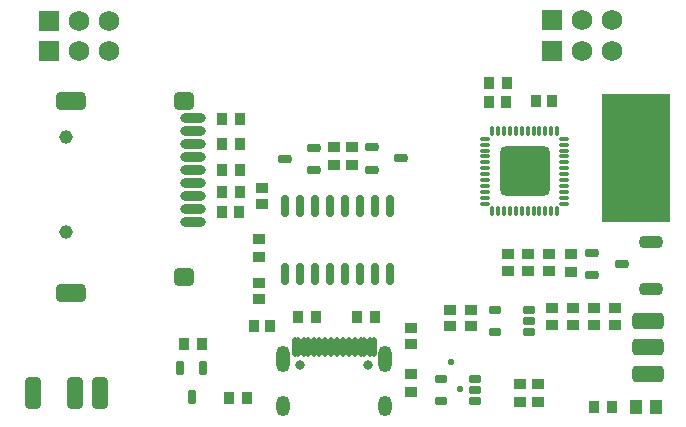
<source format=gts>
G04*
G04 #@! TF.GenerationSoftware,Altium Limited,Altium Designer,21.9.2 (33)*
G04*
G04 Layer_Color=8388736*
%FSLAX25Y25*%
%MOIN*%
G70*
G04*
G04 #@! TF.SameCoordinates,F625CF21-14F9-4619-B10E-FD0BC141F2AC*
G04*
G04*
G04 #@! TF.FilePolarity,Negative*
G04*
G01*
G75*
%ADD38R,0.22500X0.42500*%
G04:AMPARAMS|DCode=39|XSize=106mil|YSize=56mil|CornerRadius=15.5mil|HoleSize=0mil|Usage=FLASHONLY|Rotation=90.000|XOffset=0mil|YOffset=0mil|HoleType=Round|Shape=RoundedRectangle|*
%AMROUNDEDRECTD39*
21,1,0.10600,0.02500,0,0,90.0*
21,1,0.07500,0.05600,0,0,90.0*
1,1,0.03100,0.01250,0.03750*
1,1,0.03100,0.01250,-0.03750*
1,1,0.03100,-0.01250,-0.03750*
1,1,0.03100,-0.01250,0.03750*
%
%ADD39ROUNDEDRECTD39*%
%ADD40O,0.02805X0.07470*%
%ADD41R,0.04002X0.03775*%
G04:AMPARAMS|DCode=42|XSize=32.58mil|YSize=15.84mil|CornerRadius=5.46mil|HoleSize=0mil|Usage=FLASHONLY|Rotation=0.000|XOffset=0mil|YOffset=0mil|HoleType=Round|Shape=RoundedRectangle|*
%AMROUNDEDRECTD42*
21,1,0.03258,0.00492,0,0,0.0*
21,1,0.02165,0.01584,0,0,0.0*
1,1,0.01092,0.01083,-0.00246*
1,1,0.01092,-0.01083,-0.00246*
1,1,0.01092,-0.01083,0.00246*
1,1,0.01092,0.01083,0.00246*
%
%ADD42ROUNDEDRECTD42*%
G04:AMPARAMS|DCode=43|XSize=32.58mil|YSize=15.84mil|CornerRadius=5.46mil|HoleSize=0mil|Usage=FLASHONLY|Rotation=270.000|XOffset=0mil|YOffset=0mil|HoleType=Round|Shape=RoundedRectangle|*
%AMROUNDEDRECTD43*
21,1,0.03258,0.00492,0,0,270.0*
21,1,0.02165,0.01584,0,0,270.0*
1,1,0.01092,-0.00246,-0.01083*
1,1,0.01092,-0.00246,0.01083*
1,1,0.01092,0.00246,0.01083*
1,1,0.01092,0.00246,-0.01083*
%
%ADD43ROUNDEDRECTD43*%
G04:AMPARAMS|DCode=44|XSize=166mil|YSize=166mil|CornerRadius=19mil|HoleSize=0mil|Usage=FLASHONLY|Rotation=270.000|XOffset=0mil|YOffset=0mil|HoleType=Round|Shape=RoundedRectangle|*
%AMROUNDEDRECTD44*
21,1,0.16600,0.12800,0,0,270.0*
21,1,0.12800,0.16600,0,0,270.0*
1,1,0.03800,-0.06400,-0.06400*
1,1,0.03800,-0.06400,0.06400*
1,1,0.03800,0.06400,0.06400*
1,1,0.03800,0.06400,-0.06400*
%
%ADD44ROUNDEDRECTD44*%
G04:AMPARAMS|DCode=45|XSize=29.62mil|YSize=41mil|CornerRadius=8.91mil|HoleSize=0mil|Usage=FLASHONLY|Rotation=270.000|XOffset=0mil|YOffset=0mil|HoleType=Round|Shape=RoundedRectangle|*
%AMROUNDEDRECTD45*
21,1,0.02962,0.02319,0,0,270.0*
21,1,0.01181,0.04100,0,0,270.0*
1,1,0.01781,-0.01159,-0.00591*
1,1,0.01781,-0.01159,0.00591*
1,1,0.01781,0.01159,0.00591*
1,1,0.01781,0.01159,-0.00591*
%
%ADD45ROUNDEDRECTD45*%
%ADD46R,0.03775X0.04002*%
G04:AMPARAMS|DCode=47|XSize=29.62mil|YSize=45.37mil|CornerRadius=8.91mil|HoleSize=0mil|Usage=FLASHONLY|Rotation=0.000|XOffset=0mil|YOffset=0mil|HoleType=Round|Shape=RoundedRectangle|*
%AMROUNDEDRECTD47*
21,1,0.02962,0.02756,0,0,0.0*
21,1,0.01181,0.04537,0,0,0.0*
1,1,0.01781,0.00591,-0.01378*
1,1,0.01781,-0.00591,-0.01378*
1,1,0.01781,-0.00591,0.01378*
1,1,0.01781,0.00591,0.01378*
%
%ADD47ROUNDEDRECTD47*%
%ADD48R,0.03750X0.04143*%
G04:AMPARAMS|DCode=49|XSize=29.62mil|YSize=45.37mil|CornerRadius=8.91mil|HoleSize=0mil|Usage=FLASHONLY|Rotation=90.000|XOffset=0mil|YOffset=0mil|HoleType=Round|Shape=RoundedRectangle|*
%AMROUNDEDRECTD49*
21,1,0.02962,0.02756,0,0,90.0*
21,1,0.01181,0.04537,0,0,90.0*
1,1,0.01781,0.01378,0.00591*
1,1,0.01781,0.01378,-0.00591*
1,1,0.01781,-0.01378,-0.00591*
1,1,0.01781,-0.01378,0.00591*
%
%ADD49ROUNDEDRECTD49*%
%ADD50R,0.04143X0.03750*%
G04:AMPARAMS|DCode=51|XSize=106mil|YSize=56mil|CornerRadius=15.5mil|HoleSize=0mil|Usage=FLASHONLY|Rotation=0.000|XOffset=0mil|YOffset=0mil|HoleType=Round|Shape=RoundedRectangle|*
%AMROUNDEDRECTD51*
21,1,0.10600,0.02500,0,0,0.0*
21,1,0.07500,0.05600,0,0,0.0*
1,1,0.03100,0.03750,-0.01250*
1,1,0.03100,-0.03750,-0.01250*
1,1,0.03100,-0.03750,0.01250*
1,1,0.03100,0.03750,0.01250*
%
%ADD51ROUNDEDRECTD51*%
%ADD52R,0.04143X0.04537*%
G04:AMPARAMS|DCode=53|XSize=65.06mil|YSize=17.81mil|CornerRadius=5.95mil|HoleSize=0mil|Usage=FLASHONLY|Rotation=90.000|XOffset=0mil|YOffset=0mil|HoleType=Round|Shape=RoundedRectangle|*
%AMROUNDEDRECTD53*
21,1,0.06506,0.00591,0,0,90.0*
21,1,0.05315,0.01781,0,0,90.0*
1,1,0.01191,0.00295,0.02657*
1,1,0.01191,0.00295,-0.02657*
1,1,0.01191,-0.00295,-0.02657*
1,1,0.01191,-0.00295,0.02657*
%
%ADD53ROUNDEDRECTD53*%
G04:AMPARAMS|DCode=54|XSize=61.12mil|YSize=100.49mil|CornerRadius=16.78mil|HoleSize=0mil|Usage=FLASHONLY|Rotation=90.000|XOffset=0mil|YOffset=0mil|HoleType=Round|Shape=RoundedRectangle|*
%AMROUNDEDRECTD54*
21,1,0.06112,0.06693,0,0,90.0*
21,1,0.02756,0.10049,0,0,90.0*
1,1,0.03356,0.03347,0.01378*
1,1,0.03356,0.03347,-0.01378*
1,1,0.03356,-0.03347,-0.01378*
1,1,0.03356,-0.03347,0.01378*
%
%ADD54ROUNDEDRECTD54*%
G04:AMPARAMS|DCode=55|XSize=61.12mil|YSize=68.99mil|CornerRadius=16.78mil|HoleSize=0mil|Usage=FLASHONLY|Rotation=90.000|XOffset=0mil|YOffset=0mil|HoleType=Round|Shape=RoundedRectangle|*
%AMROUNDEDRECTD55*
21,1,0.06112,0.03543,0,0,90.0*
21,1,0.02756,0.06899,0,0,90.0*
1,1,0.03356,0.01772,0.01378*
1,1,0.03356,0.01772,-0.01378*
1,1,0.03356,-0.01772,-0.01378*
1,1,0.03356,-0.01772,0.01378*
%
%ADD55ROUNDEDRECTD55*%
%ADD56O,0.08474X0.03356*%
G04:AMPARAMS|DCode=57|XSize=37.5mil|YSize=76.87mil|CornerRadius=10.87mil|HoleSize=0mil|Usage=FLASHONLY|Rotation=270.000|XOffset=0mil|YOffset=0mil|HoleType=Round|Shape=RoundedRectangle|*
%AMROUNDEDRECTD57*
21,1,0.03750,0.05512,0,0,270.0*
21,1,0.01575,0.07687,0,0,270.0*
1,1,0.02175,-0.02756,-0.00787*
1,1,0.02175,-0.02756,0.00787*
1,1,0.02175,0.02756,0.00787*
1,1,0.02175,0.02756,-0.00787*
%
%ADD57ROUNDEDRECTD57*%
G04:AMPARAMS|DCode=58|XSize=76.87mil|YSize=37.5mil|CornerRadius=10.87mil|HoleSize=0mil|Usage=FLASHONLY|Rotation=180.000|XOffset=0mil|YOffset=0mil|HoleType=Round|Shape=RoundedRectangle|*
%AMROUNDEDRECTD58*
21,1,0.07687,0.01575,0,0,180.0*
21,1,0.05512,0.03750,0,0,180.0*
1,1,0.02175,-0.02756,0.00787*
1,1,0.02175,0.02756,0.00787*
1,1,0.02175,0.02756,-0.00787*
1,1,0.02175,-0.02756,-0.00787*
%
%ADD58ROUNDEDRECTD58*%
%ADD59C,0.03159*%
%ADD60O,0.04537X0.06899*%
%ADD61O,0.04537X0.08868*%
%ADD62C,0.06800*%
%ADD63R,0.06800X0.06800*%
%ADD64C,0.02200*%
%ADD65C,0.04537*%
D38*
X118250Y-34250D02*
D03*
D39*
X-60500Y-112500D02*
D03*
X-69000D02*
D03*
X-83000D02*
D03*
D40*
X1000Y-72809D02*
D03*
X6000D02*
D03*
X11000D02*
D03*
X16000D02*
D03*
X21000D02*
D03*
X26000D02*
D03*
X31000D02*
D03*
X36000D02*
D03*
X1000Y-50191D02*
D03*
X6000D02*
D03*
X11000D02*
D03*
X16000D02*
D03*
X21000D02*
D03*
X26000D02*
D03*
X31000D02*
D03*
X36000D02*
D03*
D41*
X-7500Y-61035D02*
D03*
Y-66966D02*
D03*
X23500Y-36465D02*
D03*
Y-30534D02*
D03*
X17500D02*
D03*
Y-36465D02*
D03*
X75500Y-71931D02*
D03*
Y-66000D02*
D03*
X43000Y-106035D02*
D03*
Y-111966D02*
D03*
X96500Y-71965D02*
D03*
Y-66035D02*
D03*
X79500Y-115465D02*
D03*
Y-109535D02*
D03*
X85500D02*
D03*
Y-115465D02*
D03*
D42*
X94238Y-27673D02*
D03*
Y-29642D02*
D03*
Y-31610D02*
D03*
Y-33579D02*
D03*
Y-35547D02*
D03*
Y-37516D02*
D03*
Y-39484D02*
D03*
Y-41453D02*
D03*
Y-43421D02*
D03*
Y-45390D02*
D03*
Y-47358D02*
D03*
Y-49327D02*
D03*
X67762D02*
D03*
Y-47358D02*
D03*
Y-45390D02*
D03*
Y-43421D02*
D03*
Y-41453D02*
D03*
Y-39484D02*
D03*
Y-37516D02*
D03*
Y-35547D02*
D03*
Y-33579D02*
D03*
Y-31610D02*
D03*
Y-29642D02*
D03*
Y-27673D02*
D03*
D43*
X91827Y-51738D02*
D03*
X89858D02*
D03*
X87890D02*
D03*
X85921D02*
D03*
X83953D02*
D03*
X81984D02*
D03*
X80016D02*
D03*
X78047D02*
D03*
X76079D02*
D03*
X74110D02*
D03*
X72142D02*
D03*
X70173D02*
D03*
Y-25262D02*
D03*
X72142D02*
D03*
X74110D02*
D03*
X76079D02*
D03*
X78047D02*
D03*
X80016D02*
D03*
X81984D02*
D03*
X83953D02*
D03*
X85921D02*
D03*
X87890D02*
D03*
X89858D02*
D03*
X91827D02*
D03*
D44*
X81000Y-38500D02*
D03*
D45*
X71005Y-84760D02*
D03*
Y-92240D02*
D03*
X82406D02*
D03*
Y-88500D02*
D03*
Y-84760D02*
D03*
X53005Y-107760D02*
D03*
Y-115240D02*
D03*
X64406D02*
D03*
Y-111500D02*
D03*
Y-107760D02*
D03*
D46*
X-32465Y-96000D02*
D03*
X-26535D02*
D03*
X-14069Y-52000D02*
D03*
X-20000D02*
D03*
X-14000Y-29500D02*
D03*
X-19931D02*
D03*
X-14035Y-45500D02*
D03*
X-19965D02*
D03*
X69034Y-9000D02*
D03*
X74966D02*
D03*
X104034Y-117000D02*
D03*
X109966D02*
D03*
X-14035Y-21000D02*
D03*
X-19965D02*
D03*
X25034Y-87000D02*
D03*
X30966D02*
D03*
X11466D02*
D03*
X5534D02*
D03*
X-14000Y-38000D02*
D03*
X-19931D02*
D03*
X-17500Y-114000D02*
D03*
X-11569D02*
D03*
D47*
X-26260Y-104095D02*
D03*
X-33740D02*
D03*
X-30000Y-113906D02*
D03*
D48*
X84745Y-15000D02*
D03*
X90255D02*
D03*
X69244Y-15500D02*
D03*
X74756D02*
D03*
X-3745Y-90000D02*
D03*
X-9256D02*
D03*
D49*
X103595Y-65760D02*
D03*
Y-73240D02*
D03*
X113406Y-69500D02*
D03*
X1094Y-34500D02*
D03*
X10905Y-30760D02*
D03*
Y-38240D02*
D03*
X39811Y-34260D02*
D03*
X30000Y-38000D02*
D03*
Y-30520D02*
D03*
D50*
X89000Y-66245D02*
D03*
Y-71755D02*
D03*
X82000Y-66245D02*
D03*
Y-71755D02*
D03*
X-7500Y-75744D02*
D03*
Y-81256D02*
D03*
X63000Y-90255D02*
D03*
Y-84745D02*
D03*
X97000Y-84245D02*
D03*
Y-89755D02*
D03*
X90000Y-84245D02*
D03*
Y-89755D02*
D03*
X43000Y-90745D02*
D03*
Y-96255D02*
D03*
X104000Y-89755D02*
D03*
Y-84245D02*
D03*
X-6500Y-49500D02*
D03*
Y-43989D02*
D03*
X111000Y-84245D02*
D03*
Y-89755D02*
D03*
X56000Y-90255D02*
D03*
Y-84745D02*
D03*
D51*
X121994Y-88279D02*
D03*
X122000Y-106000D02*
D03*
Y-97000D02*
D03*
D52*
X118153Y-117000D02*
D03*
X124846D02*
D03*
D53*
X30689Y-97079D02*
D03*
X29508D02*
D03*
X27539D02*
D03*
X26358D02*
D03*
X24390D02*
D03*
X22421D02*
D03*
X20453D02*
D03*
X18484D02*
D03*
X16516D02*
D03*
X14547D02*
D03*
X12579D02*
D03*
X10610D02*
D03*
X8642D02*
D03*
X7461D02*
D03*
X5492D02*
D03*
X4311D02*
D03*
D54*
X-70264Y-14961D02*
D03*
Y-79181D02*
D03*
D55*
X-32469Y-14961D02*
D03*
Y-73638D02*
D03*
D56*
X-29500Y-20685D02*
D03*
Y-25016D02*
D03*
Y-29346D02*
D03*
Y-33677D02*
D03*
Y-38008D02*
D03*
Y-42339D02*
D03*
Y-46669D02*
D03*
Y-51000D02*
D03*
Y-55331D02*
D03*
D57*
X116500Y-24000D02*
D03*
Y-44091D02*
D03*
D58*
X123000Y-62126D02*
D03*
Y-77874D02*
D03*
D59*
X6122Y-103142D02*
D03*
X28878D02*
D03*
D60*
X34528Y-116921D02*
D03*
X472D02*
D03*
D61*
X34528Y-101173D02*
D03*
X472D02*
D03*
D62*
X110000Y12000D02*
D03*
X100000D02*
D03*
X-67500Y1500D02*
D03*
X-57500D02*
D03*
X-67500Y11500D02*
D03*
X-57500D02*
D03*
X100000Y1500D02*
D03*
X110000D02*
D03*
D63*
X90000Y12000D02*
D03*
X-77500Y1500D02*
D03*
Y11500D02*
D03*
X90000Y1500D02*
D03*
D64*
X56500Y-102000D02*
D03*
X59500Y-111000D02*
D03*
X-19939Y-38008D02*
D03*
X-19965Y-45500D02*
D03*
D65*
X-71839Y-27260D02*
D03*
Y-58677D02*
D03*
M02*

</source>
